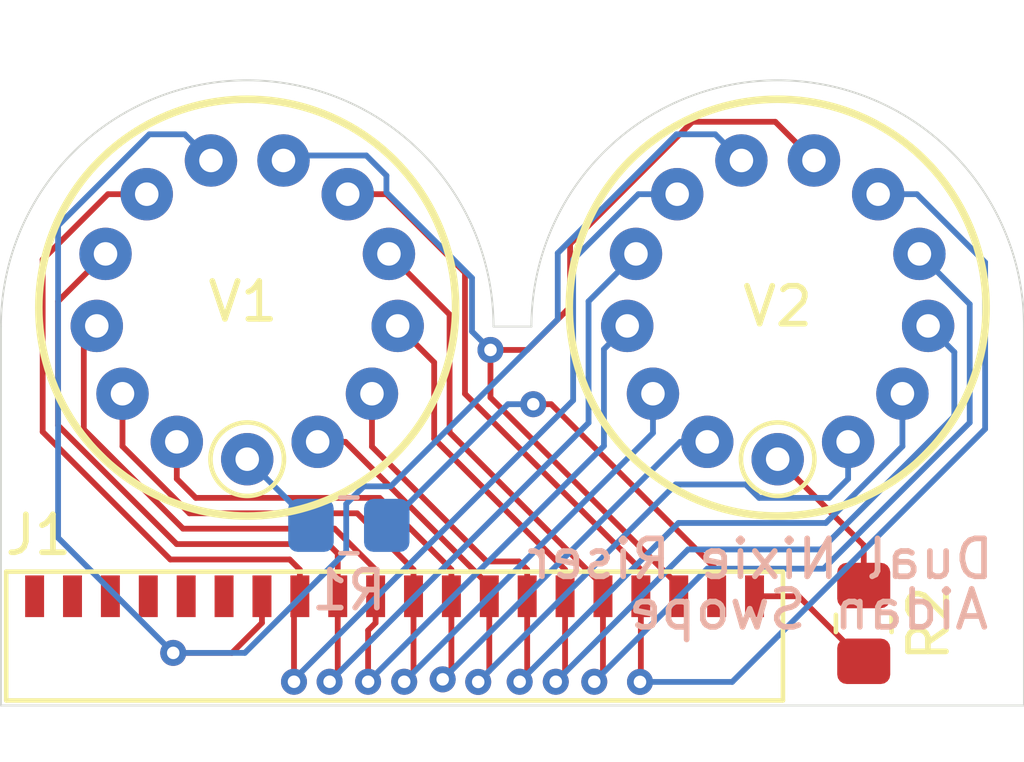
<source format=kicad_pcb>
(kicad_pcb (version 20171130) (host pcbnew 5.1.9)

  (general
    (thickness 1.6)
    (drawings 8)
    (tracks 170)
    (zones 0)
    (modules 5)
    (nets 23)
  )

  (page A4)
  (title_block
    (title "Dual nixie riser board")
    (rev 0.0.1)
    (comment 4 "Author: Aidan Swope")
  )

  (layers
    (0 F.Cu signal)
    (31 B.Cu signal)
    (32 B.Adhes user hide)
    (33 F.Adhes user hide)
    (34 B.Paste user hide)
    (35 F.Paste user hide)
    (36 B.SilkS user)
    (37 F.SilkS user)
    (38 B.Mask user)
    (39 F.Mask user)
    (40 Dwgs.User user hide)
    (41 Cmts.User user hide)
    (42 Eco1.User user hide)
    (43 Eco2.User user hide)
    (44 Edge.Cuts user)
    (45 Margin user)
    (46 B.CrtYd user)
    (47 F.CrtYd user)
    (48 B.Fab user)
    (49 F.Fab user)
  )

  (setup
    (last_trace_width 0.1524)
    (trace_clearance 0.254)
    (zone_clearance 0.508)
    (zone_45_only no)
    (trace_min 0.1524)
    (via_size 0.6858)
    (via_drill 0.3302)
    (via_min_size 0.508)
    (via_min_drill 0.254)
    (uvia_size 0.6858)
    (uvia_drill 0.3302)
    (uvias_allowed no)
    (uvia_min_size 0.508)
    (uvia_min_drill 0.254)
    (edge_width 0.05)
    (segment_width 0.2)
    (pcb_text_width 0.3)
    (pcb_text_size 1.5 1.5)
    (mod_edge_width 0.12)
    (mod_text_size 1 1)
    (mod_text_width 0.15)
    (pad_size 1.524 1.524)
    (pad_drill 0.762)
    (pad_to_mask_clearance 0.0508)
    (aux_axis_origin 0 0)
    (grid_origin 63.5 58.5)
    (visible_elements FFFFFF7F)
    (pcbplotparams
      (layerselection 0x010fc_ffffffff)
      (usegerberextensions false)
      (usegerberattributes true)
      (usegerberadvancedattributes true)
      (creategerberjobfile true)
      (excludeedgelayer true)
      (linewidth 0.100000)
      (plotframeref false)
      (viasonmask false)
      (mode 1)
      (useauxorigin false)
      (hpglpennumber 1)
      (hpglpenspeed 20)
      (hpglpendiameter 15.000000)
      (psnegative false)
      (psa4output false)
      (plotreference true)
      (plotvalue true)
      (plotinvisibletext false)
      (padsonsilk false)
      (subtractmaskfromsilk false)
      (outputformat 1)
      (mirror false)
      (drillshape 1)
      (scaleselection 1)
      (outputdirectory ""))
  )

  (net 0 "")
  (net 1 K1)
  (net 2 K7)
  (net 3 K9)
  (net 4 K0)
  (net 5 ANODE_1)
  (net 6 PL)
  (net 7 K3)
  (net 8 PR)
  (net 9 K8)
  (net 10 K4)
  (net 11 K5)
  (net 12 K6)
  (net 13 K2)
  (net 14 ANODE_2)
  (net 15 "Net-(R1-Pad2)")
  (net 16 "Net-(R2-Pad2)")
  (net 17 "Net-(J1-Pad15)")
  (net 18 "Net-(J1-Pad16)")
  (net 19 "Net-(J1-Pad17)")
  (net 20 "Net-(J1-Pad18)")
  (net 21 "Net-(J1-Pad19)")
  (net 22 "Net-(J1-Pad20)")

  (net_class Default "This is the default net class."
    (clearance 0.254)
    (trace_width 0.1524)
    (via_dia 0.6858)
    (via_drill 0.3302)
    (uvia_dia 0.6858)
    (uvia_drill 0.3302)
    (add_net ANODE_1)
    (add_net ANODE_2)
    (add_net K0)
    (add_net K1)
    (add_net K2)
    (add_net K3)
    (add_net K4)
    (add_net K5)
    (add_net K6)
    (add_net K7)
    (add_net K8)
    (add_net K9)
    (add_net "Net-(J1-Pad15)")
    (add_net "Net-(J1-Pad16)")
    (add_net "Net-(J1-Pad17)")
    (add_net "Net-(J1-Pad18)")
    (add_net "Net-(J1-Pad19)")
    (add_net "Net-(J1-Pad20)")
    (add_net "Net-(R1-Pad2)")
    (add_net "Net-(R2-Pad2)")
    (add_net PL)
    (add_net PR)
  )

  (module riser:IN-12 (layer F.Cu) (tedit 5FE988D4) (tstamp 5FE990BD)
    (at 56.5 56.5)
    (path /6016AD0C)
    (fp_text reference V1 (at -0.112 -0.159) (layer F.SilkS)
      (effects (font (size 1 1) (thickness 0.15)))
    )
    (fp_text value IN-12 (at 0.015 -7.271) (layer F.Fab)
      (effects (font (size 1 1) (thickness 0.15)))
    )
    (fp_circle (center 0 0) (end 6.5 0) (layer F.Fab) (width 0.05))
    (fp_circle (center 0 4) (end 0.97 4) (layer F.SilkS) (width 0.12))
    (fp_circle (center 0 0) (end 4 0) (layer F.Fab) (width 0.05))
    (fp_circle (center 0 0) (end 5.5 0) (layer F.SilkS) (width 0.2))
    (pad 13 thru_hole circle (at -1.858893 3.541824) (size 1.382 1.382) (drill 0.62) (layers *.Cu *.Mask)
      (net 4 K0))
    (pad 12 thru_hole circle (at -3.291935 2.272259) (size 1.382 1.382) (drill 0.62) (layers *.Cu *.Mask)
      (net 3 K9))
    (pad 11 thru_hole circle (at -3.970835 0.482147) (size 1.382 1.382) (drill 0.62) (layers *.Cu *.Mask)
      (net 9 K8))
    (pad 10 thru_hole circle (at -3.740065 -1.41842) (size 1.382 1.382) (drill 0.62) (layers *.Cu *.Mask)
      (net 8 PR))
    (pad 9 thru_hole circle (at -2.652491 -2.994043) (size 1.382 1.382) (drill 0.62) (layers *.Cu *.Mask)
      (net 13 K2))
    (pad 8 thru_hole circle (at -0.957263 -3.883767) (size 1.382 1.382) (drill 0.62) (layers *.Cu *.Mask)
      (net 12 K6))
    (pad 7 thru_hole circle (at 0.957263 -3.883767) (size 1.382 1.382) (drill 0.62) (layers *.Cu *.Mask)
      (net 11 K5))
    (pad 6 thru_hole circle (at 2.652491 -2.994043) (size 1.382 1.382) (drill 0.62) (layers *.Cu *.Mask)
      (net 10 K4))
    (pad 5 thru_hole circle (at 3.740065 -1.41842) (size 1.382 1.382) (drill 0.62) (layers *.Cu *.Mask)
      (net 6 PL))
    (pad 4 thru_hole circle (at 3.970835 0.482147) (size 1.382 1.382) (drill 0.62) (layers *.Cu *.Mask)
      (net 7 K3))
    (pad 3 thru_hole circle (at 3.291935 2.272259) (size 1.382 1.382) (drill 0.62) (layers *.Cu *.Mask)
      (net 2 K7))
    (pad 2 thru_hole circle (at 1.858893 3.541824) (size 1.382 1.382) (drill 0.62) (layers *.Cu *.Mask)
      (net 1 K1))
    (pad 1 thru_hole circle (at 0 4) (size 1.382 1.382) (drill 0.62) (layers *.Cu *.Mask)
      (net 15 "Net-(R1-Pad2)"))
  )

  (module riser:IN-12 (layer F.Cu) (tedit 5FE988D4) (tstamp 5FE990D2)
    (at 70.5 56.5)
    (path /60171FD0)
    (fp_text reference V2 (at 0 -0.032) (layer F.SilkS)
      (effects (font (size 1 1) (thickness 0.15)))
    )
    (fp_text value IN-12 (at -0.015 -7.271) (layer F.Fab)
      (effects (font (size 1 1) (thickness 0.15)))
    )
    (fp_circle (center 0 0) (end 6.5 0) (layer F.Fab) (width 0.05))
    (fp_circle (center 0 4) (end 0.97 4) (layer F.SilkS) (width 0.12))
    (fp_circle (center 0 0) (end 4 0) (layer F.Fab) (width 0.05))
    (fp_circle (center 0 0) (end 5.5 0) (layer F.SilkS) (width 0.2))
    (pad 13 thru_hole circle (at -1.858893 3.541824) (size 1.382 1.382) (drill 0.62) (layers *.Cu *.Mask)
      (net 4 K0))
    (pad 12 thru_hole circle (at -3.291935 2.272259) (size 1.382 1.382) (drill 0.62) (layers *.Cu *.Mask)
      (net 3 K9))
    (pad 11 thru_hole circle (at -3.970835 0.482147) (size 1.382 1.382) (drill 0.62) (layers *.Cu *.Mask)
      (net 9 K8))
    (pad 10 thru_hole circle (at -3.740065 -1.41842) (size 1.382 1.382) (drill 0.62) (layers *.Cu *.Mask)
      (net 8 PR))
    (pad 9 thru_hole circle (at -2.652491 -2.994043) (size 1.382 1.382) (drill 0.62) (layers *.Cu *.Mask)
      (net 13 K2))
    (pad 8 thru_hole circle (at -0.957263 -3.883767) (size 1.382 1.382) (drill 0.62) (layers *.Cu *.Mask)
      (net 12 K6))
    (pad 7 thru_hole circle (at 0.957263 -3.883767) (size 1.382 1.382) (drill 0.62) (layers *.Cu *.Mask)
      (net 11 K5))
    (pad 6 thru_hole circle (at 2.652491 -2.994043) (size 1.382 1.382) (drill 0.62) (layers *.Cu *.Mask)
      (net 10 K4))
    (pad 5 thru_hole circle (at 3.740065 -1.41842) (size 1.382 1.382) (drill 0.62) (layers *.Cu *.Mask)
      (net 6 PL))
    (pad 4 thru_hole circle (at 3.970835 0.482147) (size 1.382 1.382) (drill 0.62) (layers *.Cu *.Mask)
      (net 7 K3))
    (pad 3 thru_hole circle (at 3.291935 2.272259) (size 1.382 1.382) (drill 0.62) (layers *.Cu *.Mask)
      (net 2 K7))
    (pad 2 thru_hole circle (at 1.858893 3.541824) (size 1.382 1.382) (drill 0.62) (layers *.Cu *.Mask)
      (net 1 K1))
    (pad 1 thru_hole circle (at 0 4) (size 1.382 1.382) (drill 0.62) (layers *.Cu *.Mask)
      (net 16 "Net-(R2-Pad2)"))
  )

  (module riser:BC075-20 (layer F.Cu) (tedit 5FE85722) (tstamp 5FE98D9A)
    (at 60.3885 65.1675)
    (path /5FEAAC40)
    (fp_text reference J1 (at -9.398 -2.667) (layer F.SilkS)
      (effects (font (size 1 1) (thickness 0.15)))
    )
    (fp_text value Conn_01x20 (at 0 2.5) (layer F.Fab)
      (effects (font (size 1 1) (thickness 0.15)))
    )
    (fp_line (start -10.25 1.7) (end 10.25 1.7) (layer F.SilkS) (width 0.12))
    (fp_line (start 10.25 1.7) (end 10.25 -1.7) (layer F.SilkS) (width 0.12))
    (fp_line (start -10.25 -1.7) (end 10.25 -1.7) (layer F.SilkS) (width 0.12))
    (fp_line (start -10.25 -1.7) (end -10.25 1.7) (layer F.SilkS) (width 0.12))
    (pad 1 smd rect (at 9.5 -1.05) (size 0.5 1.1) (layers F.Cu F.Paste F.Mask)
      (net 14 ANODE_2))
    (pad 2 smd rect (at 8.5 -1.05) (size 0.5 1.1) (layers F.Cu F.Paste F.Mask)
      (net 5 ANODE_1))
    (pad 3 smd rect (at 7.5 -1.05) (size 0.5 1.1) (layers F.Cu F.Paste F.Mask)
      (net 11 K5))
    (pad 4 smd rect (at 6.5 -1.05) (size 0.5 1.1) (layers F.Cu F.Paste F.Mask)
      (net 10 K4))
    (pad 5 smd rect (at 5.5 -1.05) (size 0.5 1.1) (layers F.Cu F.Paste F.Mask)
      (net 6 PL))
    (pad 6 smd rect (at 4.5 -1.05) (size 0.5 1.1) (layers F.Cu F.Paste F.Mask)
      (net 7 K3))
    (pad 7 smd rect (at 3.5 -1.05) (size 0.5 1.1) (layers F.Cu F.Paste F.Mask)
      (net 2 K7))
    (pad 8 smd rect (at 2.5 -1.05) (size 0.5 1.1) (layers F.Cu F.Paste F.Mask)
      (net 1 K1))
    (pad 9 smd rect (at 1.5 -1.05) (size 0.5 1.1) (layers F.Cu F.Paste F.Mask)
      (net 4 K0))
    (pad 10 smd rect (at 0.5 -1.05) (size 0.5 1.1) (layers F.Cu F.Paste F.Mask)
      (net 3 K9))
    (pad 11 smd rect (at -0.5 -1.05) (size 0.5 1.1) (layers F.Cu F.Paste F.Mask)
      (net 9 K8))
    (pad 12 smd rect (at -1.5 -1.05) (size 0.5 1.1) (layers F.Cu F.Paste F.Mask)
      (net 8 PR))
    (pad 13 smd rect (at -2.5 -1.05) (size 0.5 1.1) (layers F.Cu F.Paste F.Mask)
      (net 13 K2))
    (pad 14 smd rect (at -3.5 -1.05) (size 0.5 1.1) (layers F.Cu F.Paste F.Mask)
      (net 12 K6))
    (pad 15 smd rect (at -4.5 -1.05) (size 0.5 1.1) (layers F.Cu F.Paste F.Mask)
      (net 17 "Net-(J1-Pad15)"))
    (pad 16 smd rect (at -5.5 -1.05) (size 0.5 1.1) (layers F.Cu F.Paste F.Mask)
      (net 18 "Net-(J1-Pad16)"))
    (pad 17 smd rect (at -6.5 -1.05) (size 0.5 1.1) (layers F.Cu F.Paste F.Mask)
      (net 19 "Net-(J1-Pad17)"))
    (pad 18 smd rect (at -7.5 -1.05) (size 0.5 1.1) (layers F.Cu F.Paste F.Mask)
      (net 20 "Net-(J1-Pad18)"))
    (pad 19 smd rect (at -8.5 -1.05) (size 0.5 1.1) (layers F.Cu F.Paste F.Mask)
      (net 21 "Net-(J1-Pad19)"))
    (pad 20 smd rect (at -9.5 -1.05) (size 0.5 1.1) (layers F.Cu F.Paste F.Mask)
      (net 22 "Net-(J1-Pad20)"))
  )

  (module Resistor_SMD:R_0805_2012Metric_Pad1.20x1.40mm_HandSolder (layer B.Cu) (tedit 5F68FEEE) (tstamp 60069184)
    (at 59.182 62.2465 180)
    (descr "Resistor SMD 0805 (2012 Metric), square (rectangular) end terminal, IPC_7351 nominal with elongated pad for handsoldering. (Body size source: IPC-SM-782 page 72, https://www.pcb-3d.com/wordpress/wp-content/uploads/ipc-sm-782a_amendment_1_and_2.pdf), generated with kicad-footprint-generator")
    (tags "resistor handsolder")
    (path /6087F8B3)
    (attr smd)
    (fp_text reference R1 (at 0 -1.7145 180) (layer B.SilkS)
      (effects (font (size 1 1) (thickness 0.15)) (justify mirror))
    )
    (fp_text value 30k (at 0 -3.2385 180) (layer B.Fab)
      (effects (font (size 1 1) (thickness 0.15)) (justify mirror))
    )
    (fp_line (start -1 -0.625) (end -1 0.625) (layer B.Fab) (width 0.1))
    (fp_line (start -1 0.625) (end 1 0.625) (layer B.Fab) (width 0.1))
    (fp_line (start 1 0.625) (end 1 -0.625) (layer B.Fab) (width 0.1))
    (fp_line (start 1 -0.625) (end -1 -0.625) (layer B.Fab) (width 0.1))
    (fp_line (start -0.227064 0.735) (end 0.227064 0.735) (layer B.SilkS) (width 0.12))
    (fp_line (start -0.227064 -0.735) (end 0.227064 -0.735) (layer B.SilkS) (width 0.12))
    (fp_line (start -1.85 -0.95) (end -1.85 0.95) (layer B.CrtYd) (width 0.05))
    (fp_line (start -1.85 0.95) (end 1.85 0.95) (layer B.CrtYd) (width 0.05))
    (fp_line (start 1.85 0.95) (end 1.85 -0.95) (layer B.CrtYd) (width 0.05))
    (fp_line (start 1.85 -0.95) (end -1.85 -0.95) (layer B.CrtYd) (width 0.05))
    (fp_text user %R (at -0.079501 0.070501 180) (layer B.Fab)
      (effects (font (size 0.5 0.5) (thickness 0.08)) (justify mirror))
    )
    (pad 1 smd roundrect (at -1 0 180) (size 1.2 1.4) (layers B.Cu B.Paste B.Mask) (roundrect_rratio 0.208333)
      (net 5 ANODE_1))
    (pad 2 smd roundrect (at 1 0 180) (size 1.2 1.4) (layers B.Cu B.Paste B.Mask) (roundrect_rratio 0.208333)
      (net 15 "Net-(R1-Pad2)"))
    (model ${KISYS3DMOD}/Resistor_SMD.3dshapes/R_0805_2012Metric.wrl
      (at (xyz 0 0 0))
      (scale (xyz 1 1 1))
      (rotate (xyz 0 0 0))
    )
  )

  (module Resistor_SMD:R_0805_2012Metric_Pad1.20x1.40mm_HandSolder (layer F.Cu) (tedit 5F68FEEE) (tstamp 6006971D)
    (at 72.771 64.834 90)
    (descr "Resistor SMD 0805 (2012 Metric), square (rectangular) end terminal, IPC_7351 nominal with elongated pad for handsoldering. (Body size source: IPC-SM-782 page 72, https://www.pcb-3d.com/wordpress/wp-content/uploads/ipc-sm-782a_amendment_1_and_2.pdf), generated with kicad-footprint-generator")
    (tags "resistor handsolder")
    (path /601721FA)
    (attr smd)
    (fp_text reference R2 (at 0 1.7145 90) (layer F.SilkS)
      (effects (font (size 1 1) (thickness 0.15)))
    )
    (fp_text value 30k (at 0 3.1115 90) (layer F.Fab)
      (effects (font (size 1 1) (thickness 0.15)))
    )
    (fp_line (start 1.85 0.95) (end -1.85 0.95) (layer F.CrtYd) (width 0.05))
    (fp_line (start 1.85 -0.95) (end 1.85 0.95) (layer F.CrtYd) (width 0.05))
    (fp_line (start -1.85 -0.95) (end 1.85 -0.95) (layer F.CrtYd) (width 0.05))
    (fp_line (start -1.85 0.95) (end -1.85 -0.95) (layer F.CrtYd) (width 0.05))
    (fp_line (start -0.227064 0.735) (end 0.227064 0.735) (layer F.SilkS) (width 0.12))
    (fp_line (start -0.227064 -0.735) (end 0.227064 -0.735) (layer F.SilkS) (width 0.12))
    (fp_line (start 1 0.625) (end -1 0.625) (layer F.Fab) (width 0.1))
    (fp_line (start 1 -0.625) (end 1 0.625) (layer F.Fab) (width 0.1))
    (fp_line (start -1 -0.625) (end 1 -0.625) (layer F.Fab) (width 0.1))
    (fp_line (start -1 0.625) (end -1 -0.625) (layer F.Fab) (width 0.1))
    (fp_text user %R (at 0 0 90) (layer F.Fab)
      (effects (font (size 0.5 0.5) (thickness 0.08)))
    )
    (pad 2 smd roundrect (at 1 0 90) (size 1.2 1.4) (layers F.Cu F.Paste F.Mask) (roundrect_rratio 0.208333)
      (net 16 "Net-(R2-Pad2)"))
    (pad 1 smd roundrect (at -1 0 90) (size 1.2 1.4) (layers F.Cu F.Paste F.Mask) (roundrect_rratio 0.208333)
      (net 14 ANODE_2))
    (model ${KISYS3DMOD}/Resistor_SMD.3dshapes/R_0805_2012Metric.wrl
      (at (xyz 0 0 0))
      (scale (xyz 1 1 1))
      (rotate (xyz 0 0 0))
    )
  )

  (gr_text "Aidan Swope" (at 71.3105 64.469) (layer B.SilkS)
    (effects (font (size 1 1) (thickness 0.15)) (justify mirror))
  )
  (gr_text "Dual Nixie Riser" (at 70.0405 63.1355) (layer B.SilkS)
    (effects (font (size 1 1) (thickness 0.15)) (justify mirror))
  )
  (gr_line (start 63 57) (end 64 57) (layer Edge.Cuts) (width 0.05) (tstamp 600681A1))
  (gr_arc (start 70.5 57) (end 77 57) (angle -180) (layer Edge.Cuts) (width 0.05))
  (gr_arc (start 56.5 57) (end 50 57) (angle 180) (layer Edge.Cuts) (width 0.05))
  (gr_line (start 50 57) (end 50 67) (layer Edge.Cuts) (width 0.05) (tstamp 5FE99728))
  (gr_line (start 77 57) (end 77 67) (layer Edge.Cuts) (width 0.05))
  (gr_line (start 50 67) (end 77 67) (layer Edge.Cuts) (width 0.05))

  (segment (start 59.089974 60.041824) (end 58.358893 60.041824) (width 0.1524) (layer F.Cu) (net 1))
  (segment (start 62.8885 63.84035) (end 59.089974 60.041824) (width 0.1524) (layer F.Cu) (net 1) (tstamp 600698D5))
  (segment (start 62.8885 64.1175) (end 62.8885 63.84035) (width 0.1524) (layer F.Cu) (net 1))
  (via (at 62.595867 66.3781) (size 0.6858) (drill 0.3302) (layers F.Cu B.Cu) (net 1))
  (segment (start 62.8885 66.085467) (end 62.595867 66.3781) (width 0.1524) (layer F.Cu) (net 1))
  (segment (start 62.8885 64.1175) (end 62.8885 66.085467) (width 0.1524) (layer F.Cu) (net 1))
  (segment (start 62.595867 66.3781) (end 67.806967 61.167) (width 0.1524) (layer B.Cu) (net 1))
  (segment (start 72.358893 61.019045) (end 72.358893 60.041824) (width 0.1524) (layer B.Cu) (net 1))
  (segment (start 71.856737 61.521201) (end 72.358893 61.019045) (width 0.1524) (layer B.Cu) (net 1))
  (segment (start 70.009823 61.521201) (end 71.856737 61.521201) (width 0.1524) (layer B.Cu) (net 1))
  (segment (start 69.655622 61.167) (end 70.009823 61.521201) (width 0.1524) (layer B.Cu) (net 1))
  (segment (start 67.806967 61.167) (end 69.655622 61.167) (width 0.1524) (layer B.Cu) (net 1))
  (segment (start 59.791935 60.169035) (end 59.791935 58.772259) (width 0.1524) (layer F.Cu) (net 2))
  (segment (start 62.8219 63.199) (end 59.791935 60.169035) (width 0.1524) (layer F.Cu) (net 2))
  (segment (start 63.6724 63.199) (end 62.8219 63.199) (width 0.1524) (layer F.Cu) (net 2))
  (segment (start 63.8885 63.4151) (end 63.6724 63.199) (width 0.1524) (layer F.Cu) (net 2))
  (segment (start 63.8885 64.1175) (end 63.8885 63.4151) (width 0.1524) (layer F.Cu) (net 2))
  (via (at 63.6905 66.374) (size 0.6858) (drill 0.3302) (layers F.Cu B.Cu) (net 2))
  (segment (start 63.8885 66.176) (end 63.6905 66.374) (width 0.1524) (layer F.Cu) (net 2))
  (segment (start 63.8885 64.1175) (end 63.8885 66.176) (width 0.1524) (layer F.Cu) (net 2))
  (segment (start 63.6905 66.374) (end 67.8815 62.183) (width 0.1524) (layer B.Cu) (net 2))
  (segment (start 73.791935 60.160753) (end 73.791935 58.772259) (width 0.1524) (layer B.Cu) (net 2))
  (segment (start 71.769688 62.183) (end 73.791935 60.160753) (width 0.1524) (layer B.Cu) (net 2))
  (segment (start 67.8815 62.183) (end 71.769688 62.183) (width 0.1524) (layer B.Cu) (net 2))
  (segment (start 54.974922 61.92761) (end 53.208065 60.160753) (width 0.1524) (layer F.Cu) (net 3))
  (segment (start 59.401011 61.927611) (end 54.974922 61.92761) (width 0.1524) (layer F.Cu) (net 3))
  (segment (start 53.208065 60.160753) (end 53.208065 58.772259) (width 0.1524) (layer F.Cu) (net 3))
  (segment (start 60.8885 63.4151) (end 59.401011 61.927611) (width 0.1524) (layer F.Cu) (net 3))
  (segment (start 60.8885 64.1175) (end 60.8885 63.4151) (width 0.1524) (layer F.Cu) (net 3))
  (via (at 60.6425 66.374) (size 0.6858) (drill 0.3302) (layers F.Cu B.Cu) (net 3))
  (segment (start 60.8885 66.128) (end 60.6425 66.374) (width 0.1524) (layer F.Cu) (net 3))
  (segment (start 60.8885 64.1175) (end 60.8885 66.128) (width 0.1524) (layer F.Cu) (net 3))
  (segment (start 67.208065 59.808435) (end 67.208065 58.772259) (width 0.1524) (layer B.Cu) (net 3))
  (segment (start 60.6425 66.374) (end 67.208065 59.808435) (width 0.1524) (layer B.Cu) (net 3))
  (segment (start 55.143263 61.521201) (end 54.641107 61.019045) (width 0.1524) (layer F.Cu) (net 4))
  (segment (start 59.994601 61.521201) (end 55.143263 61.521201) (width 0.1524) (layer F.Cu) (net 4))
  (segment (start 61.8885 63.4151) (end 59.994601 61.521201) (width 0.1524) (layer F.Cu) (net 4))
  (segment (start 54.641107 61.019045) (end 54.641107 60.041824) (width 0.1524) (layer F.Cu) (net 4))
  (segment (start 61.8885 64.1175) (end 61.8885 63.4151) (width 0.1524) (layer F.Cu) (net 4))
  (via (at 61.6585 66.3105) (size 0.6858) (drill 0.3302) (layers F.Cu B.Cu) (net 4))
  (segment (start 61.8885 66.0805) (end 61.6585 66.3105) (width 0.1524) (layer F.Cu) (net 4))
  (segment (start 61.8885 64.1175) (end 61.8885 66.0805) (width 0.1524) (layer F.Cu) (net 4))
  (segment (start 67.927176 60.041824) (end 68.641107 60.041824) (width 0.1524) (layer B.Cu) (net 4))
  (segment (start 61.6585 66.3105) (end 67.927176 60.041824) (width 0.1524) (layer B.Cu) (net 4))
  (via (at 64.048597 59.048539) (size 0.6858) (drill 0.3302) (layers F.Cu B.Cu) (net 5))
  (segment (start 64.521939 59.048539) (end 64.048597 59.048539) (width 0.1524) (layer F.Cu) (net 5))
  (segment (start 68.8885 63.4151) (end 64.521939 59.048539) (width 0.1524) (layer F.Cu) (net 5))
  (segment (start 68.8885 64.1175) (end 68.8885 63.4151) (width 0.1524) (layer F.Cu) (net 5))
  (segment (start 63.379961 59.048539) (end 60.182 62.2465) (width 0.1524) (layer B.Cu) (net 5))
  (segment (start 64.048597 59.048539) (end 63.379961 59.048539) (width 0.1524) (layer B.Cu) (net 5))
  (segment (start 65.8885 64.1175) (end 65.8885 63.84035) (width 0.1524) (layer F.Cu) (net 6))
  (segment (start 61.84031 56.681825) (end 60.240065 55.08158) (width 0.1524) (layer F.Cu) (net 6))
  (segment (start 61.84031 59.79216) (end 61.84031 56.681825) (width 0.1524) (layer F.Cu) (net 6))
  (segment (start 65.8885 63.84035) (end 61.84031 59.79216) (width 0.1524) (layer F.Cu) (net 6))
  (via (at 65.659 66.374) (size 0.6858) (drill 0.3302) (layers F.Cu B.Cu) (net 6))
  (segment (start 65.8885 66.1445) (end 65.659 66.374) (width 0.1524) (layer F.Cu) (net 6))
  (segment (start 65.8885 64.1175) (end 65.8885 66.1445) (width 0.1524) (layer F.Cu) (net 6))
  (segment (start 65.659 66.374) (end 68.6435 63.3895) (width 0.1524) (layer B.Cu) (net 6))
  (segment (start 75.568244 56.409759) (end 74.240065 55.08158) (width 0.1524) (layer B.Cu) (net 6))
  (segment (start 71.712688 63.3895) (end 75.568244 59.533944) (width 0.1524) (layer B.Cu) (net 6))
  (segment (start 75.568244 59.533944) (end 75.568244 56.409759) (width 0.1524) (layer B.Cu) (net 6))
  (segment (start 68.6435 63.3895) (end 71.712688 63.3895) (width 0.1524) (layer B.Cu) (net 6))
  (segment (start 64.8885 63.4151) (end 61.4339 59.9605) (width 0.1524) (layer F.Cu) (net 7))
  (segment (start 64.8885 64.1175) (end 64.8885 63.4151) (width 0.1524) (layer F.Cu) (net 7))
  (segment (start 61.4339 57.945212) (end 60.470835 56.982147) (width 0.1524) (layer F.Cu) (net 7))
  (segment (start 61.4339 59.9605) (end 61.4339 57.945212) (width 0.1524) (layer F.Cu) (net 7))
  (via (at 64.643 66.374) (size 0.6858) (drill 0.3302) (layers F.Cu B.Cu) (net 7))
  (segment (start 64.8885 66.1285) (end 64.643 66.374) (width 0.1524) (layer F.Cu) (net 7))
  (segment (start 64.8885 64.1175) (end 64.8885 66.1285) (width 0.1524) (layer F.Cu) (net 7))
  (segment (start 64.643 66.374) (end 68.1355 62.8815) (width 0.1524) (layer B.Cu) (net 7))
  (segment (start 75.161834 57.673146) (end 74.470835 56.982147) (width 0.1524) (layer B.Cu) (net 7))
  (segment (start 75.161834 59.365604) (end 75.161834 57.673146) (width 0.1524) (layer B.Cu) (net 7))
  (segment (start 71.645938 62.8815) (end 75.161834 59.365604) (width 0.1524) (layer B.Cu) (net 7))
  (segment (start 68.1355 62.8815) (end 71.645938 62.8815) (width 0.1524) (layer B.Cu) (net 7))
  (segment (start 58.8885 64.1175) (end 58.8885 62.98985) (width 0.1524) (layer F.Cu) (net 8))
  (segment (start 58.8885 62.98985) (end 58.639079 62.740429) (width 0.1524) (layer F.Cu) (net 8))
  (segment (start 58.639079 62.740429) (end 54.63824 62.740428) (width 0.1524) (layer F.Cu) (net 8))
  (segment (start 51.507964 56.333551) (end 52.759935 55.08158) (width 0.1524) (layer F.Cu) (net 8))
  (segment (start 51.507964 59.610152) (end 51.507964 56.333551) (width 0.1524) (layer F.Cu) (net 8))
  (segment (start 54.63824 62.740428) (end 51.507964 59.610152) (width 0.1524) (layer F.Cu) (net 8))
  (segment (start 58.8885 66.1595) (end 58.674 66.374) (width 0.1524) (layer F.Cu) (net 8))
  (via (at 58.674 66.374) (size 0.6858) (drill 0.3302) (layers F.Cu B.Cu) (net 8))
  (segment (start 58.8885 64.1175) (end 58.8885 66.1595) (width 0.1524) (layer F.Cu) (net 8))
  (segment (start 65.507964 56.333551) (end 66.759935 55.08158) (width 0.1524) (layer B.Cu) (net 8))
  (segment (start 65.507964 59.540036) (end 65.507964 56.333551) (width 0.1524) (layer B.Cu) (net 8))
  (segment (start 58.674 66.374) (end 65.507964 59.540036) (width 0.1524) (layer B.Cu) (net 8))
  (segment (start 52.186864 57.324448) (end 52.529165 56.982147) (width 0.1524) (layer F.Cu) (net 9))
  (segment (start 52.186864 59.714302) (end 52.186864 57.324448) (width 0.1524) (layer F.Cu) (net 9))
  (segment (start 54.806581 62.334019) (end 52.186864 59.714302) (width 0.1524) (layer F.Cu) (net 9))
  (segment (start 58.80742 62.33402) (end 54.806581 62.334019) (width 0.1524) (layer F.Cu) (net 9))
  (segment (start 59.8885 63.4151) (end 58.80742 62.33402) (width 0.1524) (layer F.Cu) (net 9))
  (segment (start 59.8885 64.1175) (end 59.8885 63.4151) (width 0.1524) (layer F.Cu) (net 9))
  (segment (start 59.69 65.0184) (end 59.69 66.374) (width 0.1524) (layer F.Cu) (net 9))
  (segment (start 59.8885 64.8199) (end 59.69 65.0184) (width 0.1524) (layer F.Cu) (net 9))
  (via (at 59.69 66.374) (size 0.6858) (drill 0.3302) (layers F.Cu B.Cu) (net 9))
  (segment (start 59.8885 64.1175) (end 59.8885 64.8199) (width 0.1524) (layer F.Cu) (net 9))
  (segment (start 65.914374 57.596938) (end 66.529165 56.982147) (width 0.1524) (layer B.Cu) (net 9))
  (segment (start 65.914374 60.149626) (end 65.914374 57.596938) (width 0.1524) (layer B.Cu) (net 9))
  (segment (start 59.69 66.374) (end 65.914374 60.149626) (width 0.1524) (layer B.Cu) (net 9))
  (segment (start 60.17582 53.505957) (end 59.152491 53.505957) (width 0.1524) (layer F.Cu) (net 10))
  (segment (start 62.24672 55.576857) (end 60.17582 53.505957) (width 0.1524) (layer F.Cu) (net 10))
  (segment (start 66.8885 63.4151) (end 62.24672 58.77332) (width 0.1524) (layer F.Cu) (net 10))
  (segment (start 62.24672 58.77332) (end 62.24672 55.576857) (width 0.1524) (layer F.Cu) (net 10))
  (segment (start 66.8885 64.1175) (end 66.8885 63.4151) (width 0.1524) (layer F.Cu) (net 10))
  (via (at 66.8655 66.3781) (size 0.6858) (drill 0.3302) (layers F.Cu B.Cu) (net 10))
  (segment (start 66.8885 66.3551) (end 66.8655 66.3781) (width 0.1524) (layer F.Cu) (net 10))
  (segment (start 66.8885 64.1175) (end 66.8885 66.3551) (width 0.1524) (layer F.Cu) (net 10))
  (segment (start 75.974653 55.30479) (end 74.17582 53.505957) (width 0.1524) (layer B.Cu) (net 10))
  (segment (start 74.17582 53.505957) (end 73.152491 53.505957) (width 0.1524) (layer B.Cu) (net 10))
  (segment (start 75.974653 59.702285) (end 75.974653 55.30479) (width 0.1524) (layer B.Cu) (net 10))
  (segment (start 69.298838 66.3781) (end 75.974653 59.702285) (width 0.1524) (layer B.Cu) (net 10))
  (segment (start 66.8655 66.3781) (end 69.298838 66.3781) (width 0.1524) (layer B.Cu) (net 10))
  (segment (start 67.8885 64.1175) (end 67.8885 63.84035) (width 0.1524) (layer F.Cu) (net 11))
  (segment (start 67.8885 63.84035) (end 67.285449 63.237299) (width 0.1524) (layer F.Cu) (net 11))
  (via (at 62.91982 57.61671) (size 0.6858) (drill 0.3302) (layers F.Cu B.Cu) (net 11))
  (segment (start 62.91982 58.87167) (end 62.91982 57.61671) (width 0.1524) (layer F.Cu) (net 11))
  (segment (start 67.285449 63.237299) (end 62.91982 58.87167) (width 0.1524) (layer F.Cu) (net 11))
  (segment (start 59.642668 52.484756) (end 57.58874 52.484756) (width 0.1524) (layer B.Cu) (net 11))
  (segment (start 60.173692 53.01578) (end 59.642668 52.484756) (width 0.1524) (layer B.Cu) (net 11))
  (segment (start 60.173692 53.459192) (end 60.173692 53.01578) (width 0.1524) (layer B.Cu) (net 11))
  (segment (start 62.432488 55.717988) (end 60.173692 53.459192) (width 0.1524) (layer B.Cu) (net 11))
  (segment (start 62.432488 57.129378) (end 62.432488 55.717988) (width 0.1524) (layer B.Cu) (net 11))
  (segment (start 57.58874 52.484756) (end 57.457263 52.616233) (width 0.1524) (layer B.Cu) (net 11))
  (segment (start 62.91982 57.61671) (end 62.432488 57.129378) (width 0.1524) (layer B.Cu) (net 11))
  (segment (start 70.436062 51.595032) (end 71.457263 52.616233) (width 0.1524) (layer F.Cu) (net 11))
  (segment (start 68.247056 51.595032) (end 70.436062 51.595032) (width 0.1524) (layer F.Cu) (net 11))
  (segment (start 65.021523 54.820565) (end 68.247056 51.595032) (width 0.1524) (layer F.Cu) (net 11))
  (segment (start 65.021523 56.483351) (end 65.021523 54.820565) (width 0.1524) (layer F.Cu) (net 11))
  (segment (start 63.888164 57.61671) (end 65.021523 56.483351) (width 0.1524) (layer F.Cu) (net 11))
  (segment (start 62.91982 57.61671) (end 63.888164 57.61671) (width 0.1524) (layer F.Cu) (net 11))
  (via (at 54.5465 65.612) (size 0.6858) (drill 0.3302) (layers F.Cu B.Cu) (net 12))
  (segment (start 56.0964 65.612) (end 54.5465 65.612) (width 0.1524) (layer F.Cu) (net 12))
  (segment (start 56.8885 64.8199) (end 56.0964 65.612) (width 0.1524) (layer F.Cu) (net 12))
  (segment (start 56.8885 64.1175) (end 56.8885 64.8199) (width 0.1524) (layer F.Cu) (net 12))
  (segment (start 54.851738 51.925234) (end 55.542737 52.616233) (width 0.1524) (layer B.Cu) (net 12))
  (segment (start 53.916854 51.925234) (end 54.851738 51.925234) (width 0.1524) (layer B.Cu) (net 12))
  (segment (start 51.507964 54.334124) (end 53.916854 51.925234) (width 0.1524) (layer B.Cu) (net 12))
  (segment (start 51.507964 62.573464) (end 51.507964 54.334124) (width 0.1524) (layer B.Cu) (net 12))
  (segment (start 54.5465 65.612) (end 51.507964 62.573464) (width 0.1524) (layer B.Cu) (net 12))
  (segment (start 59.11221 62.936834) (end 56.437044 65.612) (width 0.1524) (layer B.Cu) (net 12))
  (segment (start 56.437044 65.612) (end 54.5465 65.612) (width 0.1524) (layer B.Cu) (net 12))
  (segment (start 60.286052 61.21629) (end 59.57721 61.21629) (width 0.1524) (layer B.Cu) (net 12))
  (segment (start 64.695144 56.807198) (end 60.286052 61.21629) (width 0.1524) (layer B.Cu) (net 12))
  (segment (start 59.11221 61.68129) (end 59.11221 62.936834) (width 0.1524) (layer B.Cu) (net 12))
  (segment (start 64.695144 55.060243) (end 64.695144 56.807198) (width 0.1524) (layer B.Cu) (net 12))
  (segment (start 67.830153 51.925234) (end 64.695144 55.060243) (width 0.1524) (layer B.Cu) (net 12))
  (segment (start 59.57721 61.21629) (end 59.11221 61.68129) (width 0.1524) (layer B.Cu) (net 12))
  (segment (start 68.851738 51.925234) (end 67.830153 51.925234) (width 0.1524) (layer B.Cu) (net 12))
  (segment (start 69.542737 52.616233) (end 68.851738 51.925234) (width 0.1524) (layer B.Cu) (net 12))
  (segment (start 57.8885 63.4151) (end 57.620238 63.146838) (width 0.1524) (layer F.Cu) (net 13))
  (segment (start 57.8885 64.1175) (end 57.8885 63.4151) (width 0.1524) (layer F.Cu) (net 13))
  (segment (start 57.620238 63.146838) (end 54.469899 63.146837) (width 0.1524) (layer F.Cu) (net 13))
  (segment (start 52.82418 53.505957) (end 53.847509 53.505957) (width 0.1524) (layer F.Cu) (net 13))
  (segment (start 51.101554 55.228583) (end 52.82418 53.505957) (width 0.1524) (layer F.Cu) (net 13))
  (segment (start 51.101554 59.778492) (end 51.101554 55.228583) (width 0.1524) (layer F.Cu) (net 13))
  (segment (start 54.469899 63.146837) (end 51.101554 59.778492) (width 0.1524) (layer F.Cu) (net 13))
  (via (at 57.734197 66.374) (size 0.6858) (drill 0.3302) (layers F.Cu B.Cu) (net 13))
  (segment (start 57.734197 66.314847) (end 57.734197 66.374) (width 0.1524) (layer B.Cu) (net 13))
  (segment (start 65.101554 58.94749) (end 57.734197 66.314847) (width 0.1524) (layer B.Cu) (net 13))
  (segment (start 65.101554 55.228583) (end 65.101554 58.94749) (width 0.1524) (layer B.Cu) (net 13))
  (segment (start 66.82418 53.505957) (end 65.101554 55.228583) (width 0.1524) (layer B.Cu) (net 13))
  (segment (start 67.847509 53.505957) (end 66.82418 53.505957) (width 0.1524) (layer B.Cu) (net 13))
  (segment (start 57.734197 64.271803) (end 57.8885 64.1175) (width 0.1524) (layer F.Cu) (net 13))
  (segment (start 57.734197 66.374) (end 57.734197 64.271803) (width 0.1524) (layer F.Cu) (net 13))
  (segment (start 71.0545 64.1175) (end 72.771 65.834) (width 0.1524) (layer F.Cu) (net 14))
  (segment (start 69.8885 64.1175) (end 71.0545 64.1175) (width 0.1524) (layer F.Cu) (net 14))
  (segment (start 58.182 62.182) (end 56.5 60.5) (width 0.1524) (layer B.Cu) (net 15))
  (segment (start 58.182 62.2465) (end 58.182 62.182) (width 0.1524) (layer B.Cu) (net 15))
  (segment (start 72.771 62.771) (end 70.5 60.5) (width 0.1524) (layer F.Cu) (net 16))
  (segment (start 72.771 63.834) (end 72.771 62.771) (width 0.1524) (layer F.Cu) (net 16))

)

</source>
